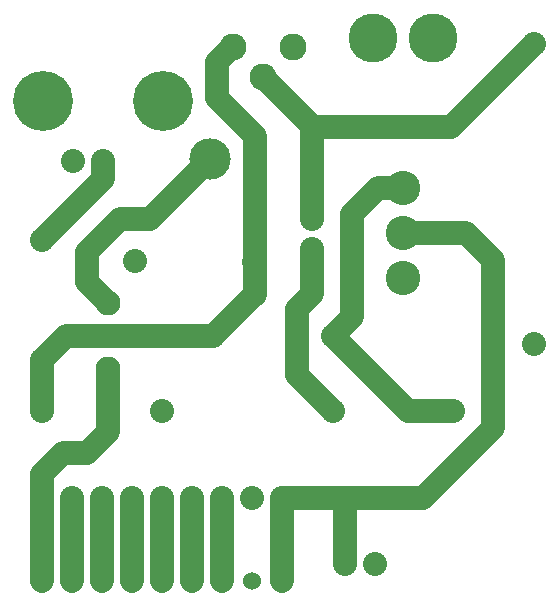
<source format=gbr>
G04 start of page 6 for group 10 layer_idx 1 *
G04 Title: (unknown), bottom_copper *
G04 Creator: pcb-rnd 2.0.0 *
G04 CreationDate: 2018-06-06 15:15:13 UTC *
G04 For:  *
G04 Format: Gerber/RS-274X *
G04 PCB-Dimensions: 500000 500000 *
G04 PCB-Coordinate-Origin: lower left *
%MOIN*%
%FSLAX25Y25*%
%LNBOTTOM*%
%ADD72C,0.0730*%
%ADD71C,0.0320*%
%ADD70C,0.0790*%
%ADD69C,0.0420*%
%ADD68C,0.0400*%
%ADD67C,0.0394*%
%ADD66C,0.0472*%
%ADD65C,0.1630*%
%ADD64C,0.0900*%
%ADD63C,0.1150*%
%ADD62C,0.2000*%
%ADD61C,0.0600*%
%ADD60C,0.1378*%
%ADD59C,0.0828*%
%ADD58C,0.0800*%
G54D58*X245000Y340660D02*X265000Y360660D01*
X235000Y340660D02*X245000D01*
X224000Y329660D02*X235000Y340660D01*
X229500Y354160D02*X209000Y333660D01*
X267500Y393000D02*Y381000D01*
X229500Y360160D02*Y354160D01*
X272880Y398000D02*X272500D01*
X267500Y393000D01*
X280000Y326660D02*Y368500D01*
X267500Y381000D02*X280000Y368500D01*
X299000Y340660D02*Y371880D01*
X329500Y351000D02*X321000D01*
X312500Y342500D01*
X299000Y371880D02*X282880Y388000D01*
X299000Y371500D02*X345340D01*
X373000Y399160D01*
X299000Y315660D02*Y330660D01*
X294000Y310660D02*X299000Y315660D01*
X294000Y288660D02*Y310660D01*
X280000Y315660D02*X266000Y301660D01*
X279920Y315580D02*Y326580D01*
X279887Y326613D01*
X269001Y220273D02*Y247659D01*
X294000Y288660D02*X306000Y276660D01*
X310000Y225660D02*Y247660D01*
X289000Y220274D02*X289001Y220273D01*
X289000Y247660D02*Y220274D01*
X259000D02*X259001Y220273D01*
X259000Y247660D02*Y220274D01*
X249001Y220273D02*Y247659D01*
X239000Y220274D02*X239001Y220273D01*
X239000Y247660D02*Y220274D01*
X224000Y319660D02*Y329660D01*
X231000Y312660D02*X224000Y319660D01*
X266000Y301660D02*X217000D01*
X231000Y269660D02*Y290660D01*
X217000Y301660D02*X209000Y293660D01*
Y276660D01*
X229001Y220273D02*Y247659D01*
X219000Y220274D02*X219001Y220273D01*
X219000Y247660D02*Y220274D01*
X209001Y220273D02*Y247659D01*
X224000Y262660D02*X231000Y269660D01*
X216000Y262660D02*X224000D01*
X209001Y255661D02*X216000Y262660D01*
X209001Y247660D02*Y255661D01*
X249001Y247659D02*X249000Y247660D01*
X229001Y247659D02*X229000Y247660D01*
X336000D02*X359500Y271160D01*
X289000Y247660D02*X336000D01*
X346000Y276660D02*X331000D01*
X306000Y301660D01*
X312500Y308160D02*X306000Y301660D01*
X209001Y247659D02*X209000Y247660D01*
X359500Y271160D02*Y304160D01*
Y304000D02*Y327000D01*
X350500Y336000D01*
X329500D01*
X312500Y342500D02*Y308160D01*
G54D59*X231000Y290660D03*
G54D60*X265000Y360660D03*
G54D59*X231000Y312660D03*
G54D58*X266000Y301660D03*
X240000Y326660D03*
X259000Y247660D03*
X269000D03*
X249000Y276660D03*
G54D61*X229001Y220273D03*
G54D58*X239000Y247660D03*
X249000D03*
X279000D03*
X280000Y326660D03*
X289000Y247660D03*
G54D61*X259001Y220273D03*
X249001D03*
X239001D03*
G54D58*X299000Y340660D03*
X306000Y276660D03*
Y301660D03*
X209000Y333660D03*
G54D62*X209500Y380160D03*
X249500D03*
G54D58*X219500Y360160D03*
X229500D03*
G54D63*X329500Y336000D03*
Y351000D03*
G54D64*X282880Y388000D03*
G54D58*X299000Y330660D03*
G54D63*X329500Y321000D03*
G54D58*X373000Y399160D03*
G54D65*X339500Y401000D03*
X319500D03*
G54D64*X272880Y398000D03*
X292880D03*
G54D58*X373000Y299160D03*
X209000Y293660D03*
X346000Y276660D03*
X209000D03*
G54D61*X219001Y220273D03*
X209001D03*
G54D58*X320000Y225660D03*
G54D61*X289001Y220273D03*
X279001D03*
X269001D03*
G54D58*X310000Y225660D03*
X209000Y247660D03*
X219000D03*
X229000D03*
G54D66*G54D67*G54D68*G54D67*G54D69*G54D68*G54D67*G54D68*G54D69*G54D67*G54D70*G54D71*G54D72*G54D61*G54D67*G54D72*G54D67*G54D72*G54D61*G54D67*G54D69*G54D67*G54D69*G54D67*G54D68*M02*

</source>
